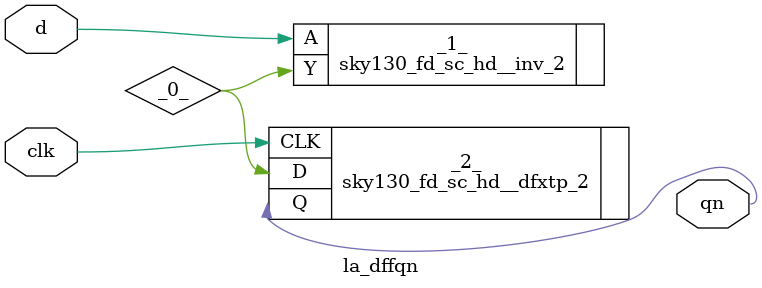
<source format=v>

module la_dffqn(d, clk, qn);
  wire _0_;
  input clk;
  input d;
  output qn;
  sky130_fd_sc_hd__inv_2 _1_ (
    .A(d),
    .Y(_0_)
  );
  sky130_fd_sc_hd__dfxtp_2 _2_ (
    .CLK(clk),
    .D(_0_),
    .Q(qn)
  );
endmodule

</source>
